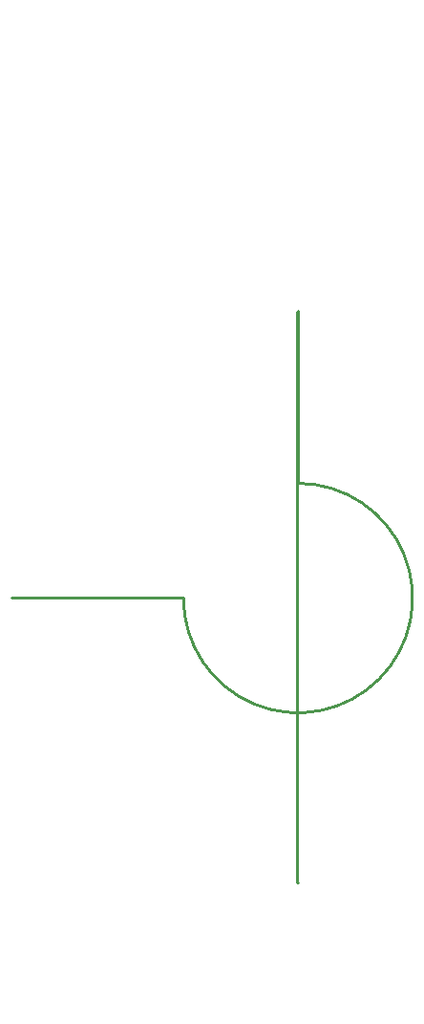
<source format=gbr>
%FSLAX34Y34*%
%MOIN*%
%ADD10O,0.01X2*%
%ADD11C,0.2*%
D10*
X-10000Y0D02*
G01*
X-4000Y0D01*
G03*
G75*
X0Y4000I4000J0D01*
G01*
X0Y10000D01*

X0Y0D03*
M02*


</source>
